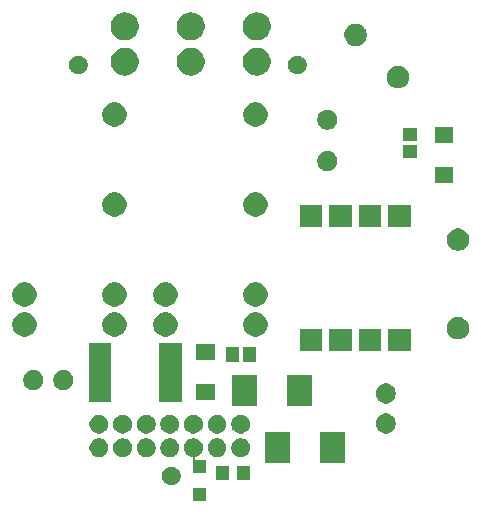
<source format=gts>
G04 #@! TF.GenerationSoftware,KiCad,Pcbnew,5.1.5-52549c5~84~ubuntu18.04.1*
G04 #@! TF.CreationDate,2020-02-14T10:15:43+02:00*
G04 #@! TF.ProjectId,NRF52832_Touch_Switch_Power_Supply,4e524635-3238-4333-925f-546f7563685f,rev?*
G04 #@! TF.SameCoordinates,Original*
G04 #@! TF.FileFunction,Soldermask,Top*
G04 #@! TF.FilePolarity,Negative*
%FSLAX46Y46*%
G04 Gerber Fmt 4.6, Leading zero omitted, Abs format (unit mm)*
G04 Created by KiCad (PCBNEW 5.1.5-52549c5~84~ubuntu18.04.1) date 2020-02-14 10:15:43*
%MOMM*%
%LPD*%
G04 APERTURE LIST*
%ADD10C,0.100000*%
G04 APERTURE END LIST*
D10*
G36*
X112946000Y-80364000D02*
G01*
X111844000Y-80364000D01*
X111844000Y-79262000D01*
X112946000Y-79262000D01*
X112946000Y-80364000D01*
G37*
G36*
X110215642Y-77461781D02*
G01*
X110361414Y-77522162D01*
X110361416Y-77522163D01*
X110492608Y-77609822D01*
X110604178Y-77721392D01*
X110691837Y-77852584D01*
X110691838Y-77852586D01*
X110752219Y-77998358D01*
X110783000Y-78153107D01*
X110783000Y-78310893D01*
X110752219Y-78465642D01*
X110705264Y-78579000D01*
X110691837Y-78611416D01*
X110604178Y-78742608D01*
X110492608Y-78854178D01*
X110361416Y-78941837D01*
X110361415Y-78941838D01*
X110361414Y-78941838D01*
X110215642Y-79002219D01*
X110060893Y-79033000D01*
X109903107Y-79033000D01*
X109748358Y-79002219D01*
X109602586Y-78941838D01*
X109602585Y-78941838D01*
X109602584Y-78941837D01*
X109471392Y-78854178D01*
X109359822Y-78742608D01*
X109272163Y-78611416D01*
X109258736Y-78579000D01*
X109211781Y-78465642D01*
X109181000Y-78310893D01*
X109181000Y-78153107D01*
X109211781Y-77998358D01*
X109272162Y-77852586D01*
X109272163Y-77852584D01*
X109359822Y-77721392D01*
X109471392Y-77609822D01*
X109602584Y-77522163D01*
X109602586Y-77522162D01*
X109748358Y-77461781D01*
X109903107Y-77431000D01*
X110060893Y-77431000D01*
X110215642Y-77461781D01*
G37*
G36*
X114840000Y-78579000D02*
G01*
X113738000Y-78579000D01*
X113738000Y-77377000D01*
X114840000Y-77377000D01*
X114840000Y-78579000D01*
G37*
G36*
X116640000Y-78579000D02*
G01*
X115538000Y-78579000D01*
X115538000Y-77377000D01*
X116640000Y-77377000D01*
X116640000Y-78579000D01*
G37*
G36*
X112088642Y-75070781D02*
G01*
X112234414Y-75131162D01*
X112234416Y-75131163D01*
X112365608Y-75218822D01*
X112477178Y-75330392D01*
X112564837Y-75461584D01*
X112564838Y-75461586D01*
X112625219Y-75607358D01*
X112656000Y-75762107D01*
X112656000Y-75919893D01*
X112625219Y-76074642D01*
X112564838Y-76220414D01*
X112564837Y-76220416D01*
X112477178Y-76351608D01*
X112365608Y-76463178D01*
X112234416Y-76550837D01*
X112234415Y-76550838D01*
X112234414Y-76550838D01*
X112088642Y-76611219D01*
X112072630Y-76614404D01*
X112049181Y-76621517D01*
X112027570Y-76633068D01*
X112008629Y-76648613D01*
X111993083Y-76667555D01*
X111981532Y-76689166D01*
X111974419Y-76712615D01*
X111972017Y-76737001D01*
X111974419Y-76761387D01*
X111981532Y-76784836D01*
X111993083Y-76806447D01*
X112008628Y-76825388D01*
X112027570Y-76840934D01*
X112049181Y-76852485D01*
X112072630Y-76859598D01*
X112097016Y-76862000D01*
X112946000Y-76862000D01*
X112946000Y-77964000D01*
X111844000Y-77964000D01*
X111844000Y-76758089D01*
X111841598Y-76733703D01*
X111834485Y-76710254D01*
X111822934Y-76688643D01*
X111807389Y-76669701D01*
X111788447Y-76654156D01*
X111766836Y-76642605D01*
X111743387Y-76635492D01*
X111621358Y-76611219D01*
X111475586Y-76550838D01*
X111475585Y-76550838D01*
X111475584Y-76550837D01*
X111344392Y-76463178D01*
X111232822Y-76351608D01*
X111145163Y-76220416D01*
X111145162Y-76220414D01*
X111084781Y-76074642D01*
X111054000Y-75919893D01*
X111054000Y-75762107D01*
X111084781Y-75607358D01*
X111145162Y-75461586D01*
X111145163Y-75461584D01*
X111232822Y-75330392D01*
X111344392Y-75218822D01*
X111475584Y-75131163D01*
X111475586Y-75131162D01*
X111621358Y-75070781D01*
X111776107Y-75040000D01*
X111933893Y-75040000D01*
X112088642Y-75070781D01*
G37*
G36*
X124711000Y-77120000D02*
G01*
X122609000Y-77120000D01*
X122609000Y-74518000D01*
X124711000Y-74518000D01*
X124711000Y-77120000D01*
G37*
G36*
X120011000Y-77120000D02*
G01*
X117909000Y-77120000D01*
X117909000Y-74518000D01*
X120011000Y-74518000D01*
X120011000Y-77120000D01*
G37*
G36*
X104088642Y-75070781D02*
G01*
X104234414Y-75131162D01*
X104234416Y-75131163D01*
X104365608Y-75218822D01*
X104477178Y-75330392D01*
X104564837Y-75461584D01*
X104564838Y-75461586D01*
X104625219Y-75607358D01*
X104656000Y-75762107D01*
X104656000Y-75919893D01*
X104625219Y-76074642D01*
X104564838Y-76220414D01*
X104564837Y-76220416D01*
X104477178Y-76351608D01*
X104365608Y-76463178D01*
X104234416Y-76550837D01*
X104234415Y-76550838D01*
X104234414Y-76550838D01*
X104088642Y-76611219D01*
X103933893Y-76642000D01*
X103776107Y-76642000D01*
X103621358Y-76611219D01*
X103475586Y-76550838D01*
X103475585Y-76550838D01*
X103475584Y-76550837D01*
X103344392Y-76463178D01*
X103232822Y-76351608D01*
X103145163Y-76220416D01*
X103145162Y-76220414D01*
X103084781Y-76074642D01*
X103054000Y-75919893D01*
X103054000Y-75762107D01*
X103084781Y-75607358D01*
X103145162Y-75461586D01*
X103145163Y-75461584D01*
X103232822Y-75330392D01*
X103344392Y-75218822D01*
X103475584Y-75131163D01*
X103475586Y-75131162D01*
X103621358Y-75070781D01*
X103776107Y-75040000D01*
X103933893Y-75040000D01*
X104088642Y-75070781D01*
G37*
G36*
X116088642Y-75070781D02*
G01*
X116234414Y-75131162D01*
X116234416Y-75131163D01*
X116365608Y-75218822D01*
X116477178Y-75330392D01*
X116564837Y-75461584D01*
X116564838Y-75461586D01*
X116625219Y-75607358D01*
X116656000Y-75762107D01*
X116656000Y-75919893D01*
X116625219Y-76074642D01*
X116564838Y-76220414D01*
X116564837Y-76220416D01*
X116477178Y-76351608D01*
X116365608Y-76463178D01*
X116234416Y-76550837D01*
X116234415Y-76550838D01*
X116234414Y-76550838D01*
X116088642Y-76611219D01*
X115933893Y-76642000D01*
X115776107Y-76642000D01*
X115621358Y-76611219D01*
X115475586Y-76550838D01*
X115475585Y-76550838D01*
X115475584Y-76550837D01*
X115344392Y-76463178D01*
X115232822Y-76351608D01*
X115145163Y-76220416D01*
X115145162Y-76220414D01*
X115084781Y-76074642D01*
X115054000Y-75919893D01*
X115054000Y-75762107D01*
X115084781Y-75607358D01*
X115145162Y-75461586D01*
X115145163Y-75461584D01*
X115232822Y-75330392D01*
X115344392Y-75218822D01*
X115475584Y-75131163D01*
X115475586Y-75131162D01*
X115621358Y-75070781D01*
X115776107Y-75040000D01*
X115933893Y-75040000D01*
X116088642Y-75070781D01*
G37*
G36*
X114088642Y-75070781D02*
G01*
X114234414Y-75131162D01*
X114234416Y-75131163D01*
X114365608Y-75218822D01*
X114477178Y-75330392D01*
X114564837Y-75461584D01*
X114564838Y-75461586D01*
X114625219Y-75607358D01*
X114656000Y-75762107D01*
X114656000Y-75919893D01*
X114625219Y-76074642D01*
X114564838Y-76220414D01*
X114564837Y-76220416D01*
X114477178Y-76351608D01*
X114365608Y-76463178D01*
X114234416Y-76550837D01*
X114234415Y-76550838D01*
X114234414Y-76550838D01*
X114088642Y-76611219D01*
X113933893Y-76642000D01*
X113776107Y-76642000D01*
X113621358Y-76611219D01*
X113475586Y-76550838D01*
X113475585Y-76550838D01*
X113475584Y-76550837D01*
X113344392Y-76463178D01*
X113232822Y-76351608D01*
X113145163Y-76220416D01*
X113145162Y-76220414D01*
X113084781Y-76074642D01*
X113054000Y-75919893D01*
X113054000Y-75762107D01*
X113084781Y-75607358D01*
X113145162Y-75461586D01*
X113145163Y-75461584D01*
X113232822Y-75330392D01*
X113344392Y-75218822D01*
X113475584Y-75131163D01*
X113475586Y-75131162D01*
X113621358Y-75070781D01*
X113776107Y-75040000D01*
X113933893Y-75040000D01*
X114088642Y-75070781D01*
G37*
G36*
X110088642Y-75070781D02*
G01*
X110234414Y-75131162D01*
X110234416Y-75131163D01*
X110365608Y-75218822D01*
X110477178Y-75330392D01*
X110564837Y-75461584D01*
X110564838Y-75461586D01*
X110625219Y-75607358D01*
X110656000Y-75762107D01*
X110656000Y-75919893D01*
X110625219Y-76074642D01*
X110564838Y-76220414D01*
X110564837Y-76220416D01*
X110477178Y-76351608D01*
X110365608Y-76463178D01*
X110234416Y-76550837D01*
X110234415Y-76550838D01*
X110234414Y-76550838D01*
X110088642Y-76611219D01*
X109933893Y-76642000D01*
X109776107Y-76642000D01*
X109621358Y-76611219D01*
X109475586Y-76550838D01*
X109475585Y-76550838D01*
X109475584Y-76550837D01*
X109344392Y-76463178D01*
X109232822Y-76351608D01*
X109145163Y-76220416D01*
X109145162Y-76220414D01*
X109084781Y-76074642D01*
X109054000Y-75919893D01*
X109054000Y-75762107D01*
X109084781Y-75607358D01*
X109145162Y-75461586D01*
X109145163Y-75461584D01*
X109232822Y-75330392D01*
X109344392Y-75218822D01*
X109475584Y-75131163D01*
X109475586Y-75131162D01*
X109621358Y-75070781D01*
X109776107Y-75040000D01*
X109933893Y-75040000D01*
X110088642Y-75070781D01*
G37*
G36*
X108088642Y-75070781D02*
G01*
X108234414Y-75131162D01*
X108234416Y-75131163D01*
X108365608Y-75218822D01*
X108477178Y-75330392D01*
X108564837Y-75461584D01*
X108564838Y-75461586D01*
X108625219Y-75607358D01*
X108656000Y-75762107D01*
X108656000Y-75919893D01*
X108625219Y-76074642D01*
X108564838Y-76220414D01*
X108564837Y-76220416D01*
X108477178Y-76351608D01*
X108365608Y-76463178D01*
X108234416Y-76550837D01*
X108234415Y-76550838D01*
X108234414Y-76550838D01*
X108088642Y-76611219D01*
X107933893Y-76642000D01*
X107776107Y-76642000D01*
X107621358Y-76611219D01*
X107475586Y-76550838D01*
X107475585Y-76550838D01*
X107475584Y-76550837D01*
X107344392Y-76463178D01*
X107232822Y-76351608D01*
X107145163Y-76220416D01*
X107145162Y-76220414D01*
X107084781Y-76074642D01*
X107054000Y-75919893D01*
X107054000Y-75762107D01*
X107084781Y-75607358D01*
X107145162Y-75461586D01*
X107145163Y-75461584D01*
X107232822Y-75330392D01*
X107344392Y-75218822D01*
X107475584Y-75131163D01*
X107475586Y-75131162D01*
X107621358Y-75070781D01*
X107776107Y-75040000D01*
X107933893Y-75040000D01*
X108088642Y-75070781D01*
G37*
G36*
X106088642Y-75070781D02*
G01*
X106234414Y-75131162D01*
X106234416Y-75131163D01*
X106365608Y-75218822D01*
X106477178Y-75330392D01*
X106564837Y-75461584D01*
X106564838Y-75461586D01*
X106625219Y-75607358D01*
X106656000Y-75762107D01*
X106656000Y-75919893D01*
X106625219Y-76074642D01*
X106564838Y-76220414D01*
X106564837Y-76220416D01*
X106477178Y-76351608D01*
X106365608Y-76463178D01*
X106234416Y-76550837D01*
X106234415Y-76550838D01*
X106234414Y-76550838D01*
X106088642Y-76611219D01*
X105933893Y-76642000D01*
X105776107Y-76642000D01*
X105621358Y-76611219D01*
X105475586Y-76550838D01*
X105475585Y-76550838D01*
X105475584Y-76550837D01*
X105344392Y-76463178D01*
X105232822Y-76351608D01*
X105145163Y-76220416D01*
X105145162Y-76220414D01*
X105084781Y-76074642D01*
X105054000Y-75919893D01*
X105054000Y-75762107D01*
X105084781Y-75607358D01*
X105145162Y-75461586D01*
X105145163Y-75461584D01*
X105232822Y-75330392D01*
X105344392Y-75218822D01*
X105475584Y-75131163D01*
X105475586Y-75131162D01*
X105621358Y-75070781D01*
X105776107Y-75040000D01*
X105933893Y-75040000D01*
X106088642Y-75070781D01*
G37*
G36*
X110088642Y-73070781D02*
G01*
X110234414Y-73131162D01*
X110234416Y-73131163D01*
X110365608Y-73218822D01*
X110477178Y-73330392D01*
X110564837Y-73461584D01*
X110564838Y-73461586D01*
X110625219Y-73607358D01*
X110656000Y-73762107D01*
X110656000Y-73919893D01*
X110625219Y-74074642D01*
X110564838Y-74220414D01*
X110564837Y-74220416D01*
X110477178Y-74351608D01*
X110365608Y-74463178D01*
X110234416Y-74550837D01*
X110234415Y-74550838D01*
X110234414Y-74550838D01*
X110088642Y-74611219D01*
X109933893Y-74642000D01*
X109776107Y-74642000D01*
X109621358Y-74611219D01*
X109475586Y-74550838D01*
X109475585Y-74550838D01*
X109475584Y-74550837D01*
X109344392Y-74463178D01*
X109232822Y-74351608D01*
X109145163Y-74220416D01*
X109145162Y-74220414D01*
X109084781Y-74074642D01*
X109054000Y-73919893D01*
X109054000Y-73762107D01*
X109084781Y-73607358D01*
X109145162Y-73461586D01*
X109145163Y-73461584D01*
X109232822Y-73330392D01*
X109344392Y-73218822D01*
X109475584Y-73131163D01*
X109475586Y-73131162D01*
X109621358Y-73070781D01*
X109776107Y-73040000D01*
X109933893Y-73040000D01*
X110088642Y-73070781D01*
G37*
G36*
X116088642Y-73070781D02*
G01*
X116234414Y-73131162D01*
X116234416Y-73131163D01*
X116365608Y-73218822D01*
X116477178Y-73330392D01*
X116564837Y-73461584D01*
X116564838Y-73461586D01*
X116625219Y-73607358D01*
X116656000Y-73762107D01*
X116656000Y-73919893D01*
X116625219Y-74074642D01*
X116564838Y-74220414D01*
X116564837Y-74220416D01*
X116477178Y-74351608D01*
X116365608Y-74463178D01*
X116234416Y-74550837D01*
X116234415Y-74550838D01*
X116234414Y-74550838D01*
X116088642Y-74611219D01*
X115933893Y-74642000D01*
X115776107Y-74642000D01*
X115621358Y-74611219D01*
X115475586Y-74550838D01*
X115475585Y-74550838D01*
X115475584Y-74550837D01*
X115344392Y-74463178D01*
X115232822Y-74351608D01*
X115145163Y-74220416D01*
X115145162Y-74220414D01*
X115084781Y-74074642D01*
X115054000Y-73919893D01*
X115054000Y-73762107D01*
X115084781Y-73607358D01*
X115145162Y-73461586D01*
X115145163Y-73461584D01*
X115232822Y-73330392D01*
X115344392Y-73218822D01*
X115475584Y-73131163D01*
X115475586Y-73131162D01*
X115621358Y-73070781D01*
X115776107Y-73040000D01*
X115933893Y-73040000D01*
X116088642Y-73070781D01*
G37*
G36*
X112088642Y-73070781D02*
G01*
X112234414Y-73131162D01*
X112234416Y-73131163D01*
X112365608Y-73218822D01*
X112477178Y-73330392D01*
X112564837Y-73461584D01*
X112564838Y-73461586D01*
X112625219Y-73607358D01*
X112656000Y-73762107D01*
X112656000Y-73919893D01*
X112625219Y-74074642D01*
X112564838Y-74220414D01*
X112564837Y-74220416D01*
X112477178Y-74351608D01*
X112365608Y-74463178D01*
X112234416Y-74550837D01*
X112234415Y-74550838D01*
X112234414Y-74550838D01*
X112088642Y-74611219D01*
X111933893Y-74642000D01*
X111776107Y-74642000D01*
X111621358Y-74611219D01*
X111475586Y-74550838D01*
X111475585Y-74550838D01*
X111475584Y-74550837D01*
X111344392Y-74463178D01*
X111232822Y-74351608D01*
X111145163Y-74220416D01*
X111145162Y-74220414D01*
X111084781Y-74074642D01*
X111054000Y-73919893D01*
X111054000Y-73762107D01*
X111084781Y-73607358D01*
X111145162Y-73461586D01*
X111145163Y-73461584D01*
X111232822Y-73330392D01*
X111344392Y-73218822D01*
X111475584Y-73131163D01*
X111475586Y-73131162D01*
X111621358Y-73070781D01*
X111776107Y-73040000D01*
X111933893Y-73040000D01*
X112088642Y-73070781D01*
G37*
G36*
X108088642Y-73070781D02*
G01*
X108234414Y-73131162D01*
X108234416Y-73131163D01*
X108365608Y-73218822D01*
X108477178Y-73330392D01*
X108564837Y-73461584D01*
X108564838Y-73461586D01*
X108625219Y-73607358D01*
X108656000Y-73762107D01*
X108656000Y-73919893D01*
X108625219Y-74074642D01*
X108564838Y-74220414D01*
X108564837Y-74220416D01*
X108477178Y-74351608D01*
X108365608Y-74463178D01*
X108234416Y-74550837D01*
X108234415Y-74550838D01*
X108234414Y-74550838D01*
X108088642Y-74611219D01*
X107933893Y-74642000D01*
X107776107Y-74642000D01*
X107621358Y-74611219D01*
X107475586Y-74550838D01*
X107475585Y-74550838D01*
X107475584Y-74550837D01*
X107344392Y-74463178D01*
X107232822Y-74351608D01*
X107145163Y-74220416D01*
X107145162Y-74220414D01*
X107084781Y-74074642D01*
X107054000Y-73919893D01*
X107054000Y-73762107D01*
X107084781Y-73607358D01*
X107145162Y-73461586D01*
X107145163Y-73461584D01*
X107232822Y-73330392D01*
X107344392Y-73218822D01*
X107475584Y-73131163D01*
X107475586Y-73131162D01*
X107621358Y-73070781D01*
X107776107Y-73040000D01*
X107933893Y-73040000D01*
X108088642Y-73070781D01*
G37*
G36*
X114088642Y-73070781D02*
G01*
X114234414Y-73131162D01*
X114234416Y-73131163D01*
X114365608Y-73218822D01*
X114477178Y-73330392D01*
X114564837Y-73461584D01*
X114564838Y-73461586D01*
X114625219Y-73607358D01*
X114656000Y-73762107D01*
X114656000Y-73919893D01*
X114625219Y-74074642D01*
X114564838Y-74220414D01*
X114564837Y-74220416D01*
X114477178Y-74351608D01*
X114365608Y-74463178D01*
X114234416Y-74550837D01*
X114234415Y-74550838D01*
X114234414Y-74550838D01*
X114088642Y-74611219D01*
X113933893Y-74642000D01*
X113776107Y-74642000D01*
X113621358Y-74611219D01*
X113475586Y-74550838D01*
X113475585Y-74550838D01*
X113475584Y-74550837D01*
X113344392Y-74463178D01*
X113232822Y-74351608D01*
X113145163Y-74220416D01*
X113145162Y-74220414D01*
X113084781Y-74074642D01*
X113054000Y-73919893D01*
X113054000Y-73762107D01*
X113084781Y-73607358D01*
X113145162Y-73461586D01*
X113145163Y-73461584D01*
X113232822Y-73330392D01*
X113344392Y-73218822D01*
X113475584Y-73131163D01*
X113475586Y-73131162D01*
X113621358Y-73070781D01*
X113776107Y-73040000D01*
X113933893Y-73040000D01*
X114088642Y-73070781D01*
G37*
G36*
X104088642Y-73070781D02*
G01*
X104234414Y-73131162D01*
X104234416Y-73131163D01*
X104365608Y-73218822D01*
X104477178Y-73330392D01*
X104564837Y-73461584D01*
X104564838Y-73461586D01*
X104625219Y-73607358D01*
X104656000Y-73762107D01*
X104656000Y-73919893D01*
X104625219Y-74074642D01*
X104564838Y-74220414D01*
X104564837Y-74220416D01*
X104477178Y-74351608D01*
X104365608Y-74463178D01*
X104234416Y-74550837D01*
X104234415Y-74550838D01*
X104234414Y-74550838D01*
X104088642Y-74611219D01*
X103933893Y-74642000D01*
X103776107Y-74642000D01*
X103621358Y-74611219D01*
X103475586Y-74550838D01*
X103475585Y-74550838D01*
X103475584Y-74550837D01*
X103344392Y-74463178D01*
X103232822Y-74351608D01*
X103145163Y-74220416D01*
X103145162Y-74220414D01*
X103084781Y-74074642D01*
X103054000Y-73919893D01*
X103054000Y-73762107D01*
X103084781Y-73607358D01*
X103145162Y-73461586D01*
X103145163Y-73461584D01*
X103232822Y-73330392D01*
X103344392Y-73218822D01*
X103475584Y-73131163D01*
X103475586Y-73131162D01*
X103621358Y-73070781D01*
X103776107Y-73040000D01*
X103933893Y-73040000D01*
X104088642Y-73070781D01*
G37*
G36*
X106088642Y-73070781D02*
G01*
X106234414Y-73131162D01*
X106234416Y-73131163D01*
X106365608Y-73218822D01*
X106477178Y-73330392D01*
X106564837Y-73461584D01*
X106564838Y-73461586D01*
X106625219Y-73607358D01*
X106656000Y-73762107D01*
X106656000Y-73919893D01*
X106625219Y-74074642D01*
X106564838Y-74220414D01*
X106564837Y-74220416D01*
X106477178Y-74351608D01*
X106365608Y-74463178D01*
X106234416Y-74550837D01*
X106234415Y-74550838D01*
X106234414Y-74550838D01*
X106088642Y-74611219D01*
X105933893Y-74642000D01*
X105776107Y-74642000D01*
X105621358Y-74611219D01*
X105475586Y-74550838D01*
X105475585Y-74550838D01*
X105475584Y-74550837D01*
X105344392Y-74463178D01*
X105232822Y-74351608D01*
X105145163Y-74220416D01*
X105145162Y-74220414D01*
X105084781Y-74074642D01*
X105054000Y-73919893D01*
X105054000Y-73762107D01*
X105084781Y-73607358D01*
X105145162Y-73461586D01*
X105145163Y-73461584D01*
X105232822Y-73330392D01*
X105344392Y-73218822D01*
X105475584Y-73131163D01*
X105475586Y-73131162D01*
X105621358Y-73070781D01*
X105776107Y-73040000D01*
X105933893Y-73040000D01*
X106088642Y-73070781D01*
G37*
G36*
X128391228Y-72968703D02*
G01*
X128546100Y-73032853D01*
X128685481Y-73125985D01*
X128804015Y-73244519D01*
X128897147Y-73383900D01*
X128961297Y-73538772D01*
X128994000Y-73703184D01*
X128994000Y-73870816D01*
X128961297Y-74035228D01*
X128897147Y-74190100D01*
X128804015Y-74329481D01*
X128685481Y-74448015D01*
X128546100Y-74541147D01*
X128391228Y-74605297D01*
X128226816Y-74638000D01*
X128059184Y-74638000D01*
X127894772Y-74605297D01*
X127739900Y-74541147D01*
X127600519Y-74448015D01*
X127481985Y-74329481D01*
X127388853Y-74190100D01*
X127324703Y-74035228D01*
X127292000Y-73870816D01*
X127292000Y-73703184D01*
X127324703Y-73538772D01*
X127388853Y-73383900D01*
X127481985Y-73244519D01*
X127600519Y-73125985D01*
X127739900Y-73032853D01*
X127894772Y-72968703D01*
X128059184Y-72936000D01*
X128226816Y-72936000D01*
X128391228Y-72968703D01*
G37*
G36*
X117217000Y-72294000D02*
G01*
X115115000Y-72294000D01*
X115115000Y-69692000D01*
X117217000Y-69692000D01*
X117217000Y-72294000D01*
G37*
G36*
X121917000Y-72294000D02*
G01*
X119815000Y-72294000D01*
X119815000Y-69692000D01*
X121917000Y-69692000D01*
X121917000Y-72294000D01*
G37*
G36*
X128391228Y-70428703D02*
G01*
X128546100Y-70492853D01*
X128685481Y-70585985D01*
X128804015Y-70704519D01*
X128897147Y-70843900D01*
X128961297Y-70998772D01*
X128994000Y-71163184D01*
X128994000Y-71330816D01*
X128961297Y-71495228D01*
X128897147Y-71650100D01*
X128804015Y-71789481D01*
X128685481Y-71908015D01*
X128546100Y-72001147D01*
X128391228Y-72065297D01*
X128226816Y-72098000D01*
X128059184Y-72098000D01*
X127894772Y-72065297D01*
X127739900Y-72001147D01*
X127600519Y-71908015D01*
X127481985Y-71789481D01*
X127388853Y-71650100D01*
X127324703Y-71495228D01*
X127292000Y-71330816D01*
X127292000Y-71163184D01*
X127324703Y-70998772D01*
X127388853Y-70843900D01*
X127481985Y-70704519D01*
X127600519Y-70585985D01*
X127739900Y-70492853D01*
X127894772Y-70428703D01*
X128059184Y-70396000D01*
X128226816Y-70396000D01*
X128391228Y-70428703D01*
G37*
G36*
X110886500Y-71998000D02*
G01*
X108981500Y-71998000D01*
X108981500Y-66940000D01*
X110886500Y-66940000D01*
X110886500Y-71998000D01*
G37*
G36*
X104886500Y-71998000D02*
G01*
X102981500Y-71998000D01*
X102981500Y-66940000D01*
X104886500Y-66940000D01*
X104886500Y-71998000D01*
G37*
G36*
X113704000Y-71821000D02*
G01*
X112102000Y-71821000D01*
X112102000Y-70419000D01*
X113704000Y-70419000D01*
X113704000Y-71821000D01*
G37*
G36*
X101086228Y-69285703D02*
G01*
X101241100Y-69349853D01*
X101380481Y-69442985D01*
X101499015Y-69561519D01*
X101592147Y-69700900D01*
X101656297Y-69855772D01*
X101689000Y-70020184D01*
X101689000Y-70187816D01*
X101656297Y-70352228D01*
X101592147Y-70507100D01*
X101499015Y-70646481D01*
X101380481Y-70765015D01*
X101241100Y-70858147D01*
X101086228Y-70922297D01*
X100921816Y-70955000D01*
X100754184Y-70955000D01*
X100589772Y-70922297D01*
X100434900Y-70858147D01*
X100295519Y-70765015D01*
X100176985Y-70646481D01*
X100083853Y-70507100D01*
X100019703Y-70352228D01*
X99987000Y-70187816D01*
X99987000Y-70020184D01*
X100019703Y-69855772D01*
X100083853Y-69700900D01*
X100176985Y-69561519D01*
X100295519Y-69442985D01*
X100434900Y-69349853D01*
X100589772Y-69285703D01*
X100754184Y-69253000D01*
X100921816Y-69253000D01*
X101086228Y-69285703D01*
G37*
G36*
X98546228Y-69285703D02*
G01*
X98701100Y-69349853D01*
X98840481Y-69442985D01*
X98959015Y-69561519D01*
X99052147Y-69700900D01*
X99116297Y-69855772D01*
X99149000Y-70020184D01*
X99149000Y-70187816D01*
X99116297Y-70352228D01*
X99052147Y-70507100D01*
X98959015Y-70646481D01*
X98840481Y-70765015D01*
X98701100Y-70858147D01*
X98546228Y-70922297D01*
X98381816Y-70955000D01*
X98214184Y-70955000D01*
X98049772Y-70922297D01*
X97894900Y-70858147D01*
X97755519Y-70765015D01*
X97636985Y-70646481D01*
X97543853Y-70507100D01*
X97479703Y-70352228D01*
X97447000Y-70187816D01*
X97447000Y-70020184D01*
X97479703Y-69855772D01*
X97543853Y-69700900D01*
X97636985Y-69561519D01*
X97755519Y-69442985D01*
X97894900Y-69349853D01*
X98049772Y-69285703D01*
X98214184Y-69253000D01*
X98381816Y-69253000D01*
X98546228Y-69285703D01*
G37*
G36*
X117140000Y-68546000D02*
G01*
X116038000Y-68546000D01*
X116038000Y-67344000D01*
X117140000Y-67344000D01*
X117140000Y-68546000D01*
G37*
G36*
X115740000Y-68546000D02*
G01*
X114638000Y-68546000D01*
X114638000Y-67344000D01*
X115740000Y-67344000D01*
X115740000Y-68546000D01*
G37*
G36*
X113704000Y-68421000D02*
G01*
X112102000Y-68421000D01*
X112102000Y-67019000D01*
X113704000Y-67019000D01*
X113704000Y-68421000D01*
G37*
G36*
X125241000Y-67686000D02*
G01*
X123361000Y-67686000D01*
X123361000Y-65806000D01*
X125241000Y-65806000D01*
X125241000Y-67686000D01*
G37*
G36*
X130241000Y-67686000D02*
G01*
X128361000Y-67686000D01*
X128361000Y-65806000D01*
X130241000Y-65806000D01*
X130241000Y-67686000D01*
G37*
G36*
X127741000Y-67686000D02*
G01*
X125861000Y-67686000D01*
X125861000Y-65806000D01*
X127741000Y-65806000D01*
X127741000Y-67686000D01*
G37*
G36*
X122741000Y-67686000D02*
G01*
X120861000Y-67686000D01*
X120861000Y-65806000D01*
X122741000Y-65806000D01*
X122741000Y-67686000D01*
G37*
G36*
X134516395Y-64811546D02*
G01*
X134689466Y-64883234D01*
X134689467Y-64883235D01*
X134845227Y-64987310D01*
X134977690Y-65119773D01*
X134977691Y-65119775D01*
X135081766Y-65275534D01*
X135153454Y-65448605D01*
X135190000Y-65632333D01*
X135190000Y-65819667D01*
X135153454Y-66003395D01*
X135081766Y-66176466D01*
X135081765Y-66176467D01*
X134977690Y-66332227D01*
X134845227Y-66464690D01*
X134766818Y-66517081D01*
X134689466Y-66568766D01*
X134516395Y-66640454D01*
X134332667Y-66677000D01*
X134145333Y-66677000D01*
X133961605Y-66640454D01*
X133788534Y-66568766D01*
X133711182Y-66517081D01*
X133632773Y-66464690D01*
X133500310Y-66332227D01*
X133396235Y-66176467D01*
X133396234Y-66176466D01*
X133324546Y-66003395D01*
X133288000Y-65819667D01*
X133288000Y-65632333D01*
X133324546Y-65448605D01*
X133396234Y-65275534D01*
X133500309Y-65119775D01*
X133500310Y-65119773D01*
X133632773Y-64987310D01*
X133788533Y-64883235D01*
X133788534Y-64883234D01*
X133961605Y-64811546D01*
X134145333Y-64775000D01*
X134332667Y-64775000D01*
X134516395Y-64811546D01*
G37*
G36*
X117415564Y-64394389D02*
G01*
X117606833Y-64473615D01*
X117606835Y-64473616D01*
X117778973Y-64588635D01*
X117925365Y-64735027D01*
X118040385Y-64907167D01*
X118119611Y-65098436D01*
X118160000Y-65301484D01*
X118160000Y-65508516D01*
X118119611Y-65711564D01*
X118080494Y-65806000D01*
X118040384Y-65902835D01*
X117925365Y-66074973D01*
X117778973Y-66221365D01*
X117606835Y-66336384D01*
X117606834Y-66336385D01*
X117606833Y-66336385D01*
X117415564Y-66415611D01*
X117212516Y-66456000D01*
X117005484Y-66456000D01*
X116802436Y-66415611D01*
X116611167Y-66336385D01*
X116611166Y-66336385D01*
X116611165Y-66336384D01*
X116439027Y-66221365D01*
X116292635Y-66074973D01*
X116177616Y-65902835D01*
X116137506Y-65806000D01*
X116098389Y-65711564D01*
X116058000Y-65508516D01*
X116058000Y-65301484D01*
X116098389Y-65098436D01*
X116177615Y-64907167D01*
X116292635Y-64735027D01*
X116439027Y-64588635D01*
X116611165Y-64473616D01*
X116611167Y-64473615D01*
X116802436Y-64394389D01*
X117005484Y-64354000D01*
X117212516Y-64354000D01*
X117415564Y-64394389D01*
G37*
G36*
X97857564Y-64394389D02*
G01*
X98048833Y-64473615D01*
X98048835Y-64473616D01*
X98220973Y-64588635D01*
X98367365Y-64735027D01*
X98482385Y-64907167D01*
X98561611Y-65098436D01*
X98602000Y-65301484D01*
X98602000Y-65508516D01*
X98561611Y-65711564D01*
X98522494Y-65806000D01*
X98482384Y-65902835D01*
X98367365Y-66074973D01*
X98220973Y-66221365D01*
X98048835Y-66336384D01*
X98048834Y-66336385D01*
X98048833Y-66336385D01*
X97857564Y-66415611D01*
X97654516Y-66456000D01*
X97447484Y-66456000D01*
X97244436Y-66415611D01*
X97053167Y-66336385D01*
X97053166Y-66336385D01*
X97053165Y-66336384D01*
X96881027Y-66221365D01*
X96734635Y-66074973D01*
X96619616Y-65902835D01*
X96579506Y-65806000D01*
X96540389Y-65711564D01*
X96500000Y-65508516D01*
X96500000Y-65301484D01*
X96540389Y-65098436D01*
X96619615Y-64907167D01*
X96734635Y-64735027D01*
X96881027Y-64588635D01*
X97053165Y-64473616D01*
X97053167Y-64473615D01*
X97244436Y-64394389D01*
X97447484Y-64354000D01*
X97654516Y-64354000D01*
X97857564Y-64394389D01*
G37*
G36*
X105477564Y-64394389D02*
G01*
X105668833Y-64473615D01*
X105668835Y-64473616D01*
X105840973Y-64588635D01*
X105987365Y-64735027D01*
X106102385Y-64907167D01*
X106181611Y-65098436D01*
X106222000Y-65301484D01*
X106222000Y-65508516D01*
X106181611Y-65711564D01*
X106142494Y-65806000D01*
X106102384Y-65902835D01*
X105987365Y-66074973D01*
X105840973Y-66221365D01*
X105668835Y-66336384D01*
X105668834Y-66336385D01*
X105668833Y-66336385D01*
X105477564Y-66415611D01*
X105274516Y-66456000D01*
X105067484Y-66456000D01*
X104864436Y-66415611D01*
X104673167Y-66336385D01*
X104673166Y-66336385D01*
X104673165Y-66336384D01*
X104501027Y-66221365D01*
X104354635Y-66074973D01*
X104239616Y-65902835D01*
X104199506Y-65806000D01*
X104160389Y-65711564D01*
X104120000Y-65508516D01*
X104120000Y-65301484D01*
X104160389Y-65098436D01*
X104239615Y-64907167D01*
X104354635Y-64735027D01*
X104501027Y-64588635D01*
X104673165Y-64473616D01*
X104673167Y-64473615D01*
X104864436Y-64394389D01*
X105067484Y-64354000D01*
X105274516Y-64354000D01*
X105477564Y-64394389D01*
G37*
G36*
X109795564Y-64394389D02*
G01*
X109986833Y-64473615D01*
X109986835Y-64473616D01*
X110158973Y-64588635D01*
X110305365Y-64735027D01*
X110420385Y-64907167D01*
X110499611Y-65098436D01*
X110540000Y-65301484D01*
X110540000Y-65508516D01*
X110499611Y-65711564D01*
X110460494Y-65806000D01*
X110420384Y-65902835D01*
X110305365Y-66074973D01*
X110158973Y-66221365D01*
X109986835Y-66336384D01*
X109986834Y-66336385D01*
X109986833Y-66336385D01*
X109795564Y-66415611D01*
X109592516Y-66456000D01*
X109385484Y-66456000D01*
X109182436Y-66415611D01*
X108991167Y-66336385D01*
X108991166Y-66336385D01*
X108991165Y-66336384D01*
X108819027Y-66221365D01*
X108672635Y-66074973D01*
X108557616Y-65902835D01*
X108517506Y-65806000D01*
X108478389Y-65711564D01*
X108438000Y-65508516D01*
X108438000Y-65301484D01*
X108478389Y-65098436D01*
X108557615Y-64907167D01*
X108672635Y-64735027D01*
X108819027Y-64588635D01*
X108991165Y-64473616D01*
X108991167Y-64473615D01*
X109182436Y-64394389D01*
X109385484Y-64354000D01*
X109592516Y-64354000D01*
X109795564Y-64394389D01*
G37*
G36*
X109795564Y-61854389D02*
G01*
X109986833Y-61933615D01*
X109986835Y-61933616D01*
X110158973Y-62048635D01*
X110305365Y-62195027D01*
X110420385Y-62367167D01*
X110499611Y-62558436D01*
X110540000Y-62761484D01*
X110540000Y-62968516D01*
X110499611Y-63171564D01*
X110420385Y-63362833D01*
X110420384Y-63362835D01*
X110305365Y-63534973D01*
X110158973Y-63681365D01*
X109986835Y-63796384D01*
X109986834Y-63796385D01*
X109986833Y-63796385D01*
X109795564Y-63875611D01*
X109592516Y-63916000D01*
X109385484Y-63916000D01*
X109182436Y-63875611D01*
X108991167Y-63796385D01*
X108991166Y-63796385D01*
X108991165Y-63796384D01*
X108819027Y-63681365D01*
X108672635Y-63534973D01*
X108557616Y-63362835D01*
X108557615Y-63362833D01*
X108478389Y-63171564D01*
X108438000Y-62968516D01*
X108438000Y-62761484D01*
X108478389Y-62558436D01*
X108557615Y-62367167D01*
X108672635Y-62195027D01*
X108819027Y-62048635D01*
X108991165Y-61933616D01*
X108991167Y-61933615D01*
X109182436Y-61854389D01*
X109385484Y-61814000D01*
X109592516Y-61814000D01*
X109795564Y-61854389D01*
G37*
G36*
X105477564Y-61854389D02*
G01*
X105668833Y-61933615D01*
X105668835Y-61933616D01*
X105840973Y-62048635D01*
X105987365Y-62195027D01*
X106102385Y-62367167D01*
X106181611Y-62558436D01*
X106222000Y-62761484D01*
X106222000Y-62968516D01*
X106181611Y-63171564D01*
X106102385Y-63362833D01*
X106102384Y-63362835D01*
X105987365Y-63534973D01*
X105840973Y-63681365D01*
X105668835Y-63796384D01*
X105668834Y-63796385D01*
X105668833Y-63796385D01*
X105477564Y-63875611D01*
X105274516Y-63916000D01*
X105067484Y-63916000D01*
X104864436Y-63875611D01*
X104673167Y-63796385D01*
X104673166Y-63796385D01*
X104673165Y-63796384D01*
X104501027Y-63681365D01*
X104354635Y-63534973D01*
X104239616Y-63362835D01*
X104239615Y-63362833D01*
X104160389Y-63171564D01*
X104120000Y-62968516D01*
X104120000Y-62761484D01*
X104160389Y-62558436D01*
X104239615Y-62367167D01*
X104354635Y-62195027D01*
X104501027Y-62048635D01*
X104673165Y-61933616D01*
X104673167Y-61933615D01*
X104864436Y-61854389D01*
X105067484Y-61814000D01*
X105274516Y-61814000D01*
X105477564Y-61854389D01*
G37*
G36*
X117415564Y-61854389D02*
G01*
X117606833Y-61933615D01*
X117606835Y-61933616D01*
X117778973Y-62048635D01*
X117925365Y-62195027D01*
X118040385Y-62367167D01*
X118119611Y-62558436D01*
X118160000Y-62761484D01*
X118160000Y-62968516D01*
X118119611Y-63171564D01*
X118040385Y-63362833D01*
X118040384Y-63362835D01*
X117925365Y-63534973D01*
X117778973Y-63681365D01*
X117606835Y-63796384D01*
X117606834Y-63796385D01*
X117606833Y-63796385D01*
X117415564Y-63875611D01*
X117212516Y-63916000D01*
X117005484Y-63916000D01*
X116802436Y-63875611D01*
X116611167Y-63796385D01*
X116611166Y-63796385D01*
X116611165Y-63796384D01*
X116439027Y-63681365D01*
X116292635Y-63534973D01*
X116177616Y-63362835D01*
X116177615Y-63362833D01*
X116098389Y-63171564D01*
X116058000Y-62968516D01*
X116058000Y-62761484D01*
X116098389Y-62558436D01*
X116177615Y-62367167D01*
X116292635Y-62195027D01*
X116439027Y-62048635D01*
X116611165Y-61933616D01*
X116611167Y-61933615D01*
X116802436Y-61854389D01*
X117005484Y-61814000D01*
X117212516Y-61814000D01*
X117415564Y-61854389D01*
G37*
G36*
X97857564Y-61854389D02*
G01*
X98048833Y-61933615D01*
X98048835Y-61933616D01*
X98220973Y-62048635D01*
X98367365Y-62195027D01*
X98482385Y-62367167D01*
X98561611Y-62558436D01*
X98602000Y-62761484D01*
X98602000Y-62968516D01*
X98561611Y-63171564D01*
X98482385Y-63362833D01*
X98482384Y-63362835D01*
X98367365Y-63534973D01*
X98220973Y-63681365D01*
X98048835Y-63796384D01*
X98048834Y-63796385D01*
X98048833Y-63796385D01*
X97857564Y-63875611D01*
X97654516Y-63916000D01*
X97447484Y-63916000D01*
X97244436Y-63875611D01*
X97053167Y-63796385D01*
X97053166Y-63796385D01*
X97053165Y-63796384D01*
X96881027Y-63681365D01*
X96734635Y-63534973D01*
X96619616Y-63362835D01*
X96619615Y-63362833D01*
X96540389Y-63171564D01*
X96500000Y-62968516D01*
X96500000Y-62761484D01*
X96540389Y-62558436D01*
X96619615Y-62367167D01*
X96734635Y-62195027D01*
X96881027Y-62048635D01*
X97053165Y-61933616D01*
X97053167Y-61933615D01*
X97244436Y-61854389D01*
X97447484Y-61814000D01*
X97654516Y-61814000D01*
X97857564Y-61854389D01*
G37*
G36*
X134516395Y-57311546D02*
G01*
X134689466Y-57383234D01*
X134689467Y-57383235D01*
X134845227Y-57487310D01*
X134977690Y-57619773D01*
X134977691Y-57619775D01*
X135081766Y-57775534D01*
X135153454Y-57948605D01*
X135190000Y-58132333D01*
X135190000Y-58319667D01*
X135153454Y-58503395D01*
X135081766Y-58676466D01*
X135081765Y-58676467D01*
X134977690Y-58832227D01*
X134845227Y-58964690D01*
X134766818Y-59017081D01*
X134689466Y-59068766D01*
X134516395Y-59140454D01*
X134332667Y-59177000D01*
X134145333Y-59177000D01*
X133961605Y-59140454D01*
X133788534Y-59068766D01*
X133711182Y-59017081D01*
X133632773Y-58964690D01*
X133500310Y-58832227D01*
X133396235Y-58676467D01*
X133396234Y-58676466D01*
X133324546Y-58503395D01*
X133288000Y-58319667D01*
X133288000Y-58132333D01*
X133324546Y-57948605D01*
X133396234Y-57775534D01*
X133500309Y-57619775D01*
X133500310Y-57619773D01*
X133632773Y-57487310D01*
X133788533Y-57383235D01*
X133788534Y-57383234D01*
X133961605Y-57311546D01*
X134145333Y-57275000D01*
X134332667Y-57275000D01*
X134516395Y-57311546D01*
G37*
G36*
X127741000Y-57186000D02*
G01*
X125861000Y-57186000D01*
X125861000Y-55306000D01*
X127741000Y-55306000D01*
X127741000Y-57186000D01*
G37*
G36*
X125241000Y-57186000D02*
G01*
X123361000Y-57186000D01*
X123361000Y-55306000D01*
X125241000Y-55306000D01*
X125241000Y-57186000D01*
G37*
G36*
X122741000Y-57186000D02*
G01*
X120861000Y-57186000D01*
X120861000Y-55306000D01*
X122741000Y-55306000D01*
X122741000Y-57186000D01*
G37*
G36*
X130241000Y-57186000D02*
G01*
X128361000Y-57186000D01*
X128361000Y-55306000D01*
X130241000Y-55306000D01*
X130241000Y-57186000D01*
G37*
G36*
X105477564Y-54234389D02*
G01*
X105668833Y-54313615D01*
X105668835Y-54313616D01*
X105840973Y-54428635D01*
X105987365Y-54575027D01*
X106102385Y-54747167D01*
X106181611Y-54938436D01*
X106222000Y-55141484D01*
X106222000Y-55348516D01*
X106181611Y-55551564D01*
X106102385Y-55742833D01*
X106102384Y-55742835D01*
X105987365Y-55914973D01*
X105840973Y-56061365D01*
X105668835Y-56176384D01*
X105668834Y-56176385D01*
X105668833Y-56176385D01*
X105477564Y-56255611D01*
X105274516Y-56296000D01*
X105067484Y-56296000D01*
X104864436Y-56255611D01*
X104673167Y-56176385D01*
X104673166Y-56176385D01*
X104673165Y-56176384D01*
X104501027Y-56061365D01*
X104354635Y-55914973D01*
X104239616Y-55742835D01*
X104239615Y-55742833D01*
X104160389Y-55551564D01*
X104120000Y-55348516D01*
X104120000Y-55141484D01*
X104160389Y-54938436D01*
X104239615Y-54747167D01*
X104354635Y-54575027D01*
X104501027Y-54428635D01*
X104673165Y-54313616D01*
X104673167Y-54313615D01*
X104864436Y-54234389D01*
X105067484Y-54194000D01*
X105274516Y-54194000D01*
X105477564Y-54234389D01*
G37*
G36*
X117415564Y-54234389D02*
G01*
X117606833Y-54313615D01*
X117606835Y-54313616D01*
X117778973Y-54428635D01*
X117925365Y-54575027D01*
X118040385Y-54747167D01*
X118119611Y-54938436D01*
X118160000Y-55141484D01*
X118160000Y-55348516D01*
X118119611Y-55551564D01*
X118040385Y-55742833D01*
X118040384Y-55742835D01*
X117925365Y-55914973D01*
X117778973Y-56061365D01*
X117606835Y-56176384D01*
X117606834Y-56176385D01*
X117606833Y-56176385D01*
X117415564Y-56255611D01*
X117212516Y-56296000D01*
X117005484Y-56296000D01*
X116802436Y-56255611D01*
X116611167Y-56176385D01*
X116611166Y-56176385D01*
X116611165Y-56176384D01*
X116439027Y-56061365D01*
X116292635Y-55914973D01*
X116177616Y-55742835D01*
X116177615Y-55742833D01*
X116098389Y-55551564D01*
X116058000Y-55348516D01*
X116058000Y-55141484D01*
X116098389Y-54938436D01*
X116177615Y-54747167D01*
X116292635Y-54575027D01*
X116439027Y-54428635D01*
X116611165Y-54313616D01*
X116611167Y-54313615D01*
X116802436Y-54234389D01*
X117005484Y-54194000D01*
X117212516Y-54194000D01*
X117415564Y-54234389D01*
G37*
G36*
X133847000Y-53405000D02*
G01*
X132345000Y-53405000D01*
X132345000Y-52103000D01*
X133847000Y-52103000D01*
X133847000Y-53405000D01*
G37*
G36*
X123438228Y-50743703D02*
G01*
X123593100Y-50807853D01*
X123732481Y-50900985D01*
X123851015Y-51019519D01*
X123944147Y-51158900D01*
X124008297Y-51313772D01*
X124041000Y-51478184D01*
X124041000Y-51645816D01*
X124008297Y-51810228D01*
X123944147Y-51965100D01*
X123851015Y-52104481D01*
X123732481Y-52223015D01*
X123593100Y-52316147D01*
X123438228Y-52380297D01*
X123273816Y-52413000D01*
X123106184Y-52413000D01*
X122941772Y-52380297D01*
X122786900Y-52316147D01*
X122647519Y-52223015D01*
X122528985Y-52104481D01*
X122435853Y-51965100D01*
X122371703Y-51810228D01*
X122339000Y-51645816D01*
X122339000Y-51478184D01*
X122371703Y-51313772D01*
X122435853Y-51158900D01*
X122528985Y-51019519D01*
X122647519Y-50900985D01*
X122786900Y-50807853D01*
X122941772Y-50743703D01*
X123106184Y-50711000D01*
X123273816Y-50711000D01*
X123438228Y-50743703D01*
G37*
G36*
X130776000Y-51289000D02*
G01*
X129574000Y-51289000D01*
X129574000Y-50187000D01*
X130776000Y-50187000D01*
X130776000Y-51289000D01*
G37*
G36*
X133847000Y-50005000D02*
G01*
X132345000Y-50005000D01*
X132345000Y-48703000D01*
X133847000Y-48703000D01*
X133847000Y-50005000D01*
G37*
G36*
X130776000Y-49889000D02*
G01*
X129574000Y-49889000D01*
X129574000Y-48787000D01*
X130776000Y-48787000D01*
X130776000Y-49889000D01*
G37*
G36*
X123438228Y-47243703D02*
G01*
X123593100Y-47307853D01*
X123732481Y-47400985D01*
X123851015Y-47519519D01*
X123944147Y-47658900D01*
X124008297Y-47813772D01*
X124041000Y-47978184D01*
X124041000Y-48145816D01*
X124008297Y-48310228D01*
X123944147Y-48465100D01*
X123851015Y-48604481D01*
X123732481Y-48723015D01*
X123593100Y-48816147D01*
X123438228Y-48880297D01*
X123273816Y-48913000D01*
X123106184Y-48913000D01*
X122941772Y-48880297D01*
X122786900Y-48816147D01*
X122647519Y-48723015D01*
X122528985Y-48604481D01*
X122435853Y-48465100D01*
X122371703Y-48310228D01*
X122339000Y-48145816D01*
X122339000Y-47978184D01*
X122371703Y-47813772D01*
X122435853Y-47658900D01*
X122528985Y-47519519D01*
X122647519Y-47400985D01*
X122786900Y-47307853D01*
X122941772Y-47243703D01*
X123106184Y-47211000D01*
X123273816Y-47211000D01*
X123438228Y-47243703D01*
G37*
G36*
X105477564Y-46614389D02*
G01*
X105668833Y-46693615D01*
X105668835Y-46693616D01*
X105840973Y-46808635D01*
X105987365Y-46955027D01*
X106102385Y-47127167D01*
X106181611Y-47318436D01*
X106222000Y-47521484D01*
X106222000Y-47728516D01*
X106181611Y-47931564D01*
X106162300Y-47978184D01*
X106102384Y-48122835D01*
X105987365Y-48294973D01*
X105840973Y-48441365D01*
X105668835Y-48556384D01*
X105668834Y-48556385D01*
X105668833Y-48556385D01*
X105477564Y-48635611D01*
X105274516Y-48676000D01*
X105067484Y-48676000D01*
X104864436Y-48635611D01*
X104673167Y-48556385D01*
X104673166Y-48556385D01*
X104673165Y-48556384D01*
X104501027Y-48441365D01*
X104354635Y-48294973D01*
X104239616Y-48122835D01*
X104179700Y-47978184D01*
X104160389Y-47931564D01*
X104120000Y-47728516D01*
X104120000Y-47521484D01*
X104160389Y-47318436D01*
X104239615Y-47127167D01*
X104354635Y-46955027D01*
X104501027Y-46808635D01*
X104673165Y-46693616D01*
X104673167Y-46693615D01*
X104864436Y-46614389D01*
X105067484Y-46574000D01*
X105274516Y-46574000D01*
X105477564Y-46614389D01*
G37*
G36*
X117415564Y-46614389D02*
G01*
X117606833Y-46693615D01*
X117606835Y-46693616D01*
X117778973Y-46808635D01*
X117925365Y-46955027D01*
X118040385Y-47127167D01*
X118119611Y-47318436D01*
X118160000Y-47521484D01*
X118160000Y-47728516D01*
X118119611Y-47931564D01*
X118100300Y-47978184D01*
X118040384Y-48122835D01*
X117925365Y-48294973D01*
X117778973Y-48441365D01*
X117606835Y-48556384D01*
X117606834Y-48556385D01*
X117606833Y-48556385D01*
X117415564Y-48635611D01*
X117212516Y-48676000D01*
X117005484Y-48676000D01*
X116802436Y-48635611D01*
X116611167Y-48556385D01*
X116611166Y-48556385D01*
X116611165Y-48556384D01*
X116439027Y-48441365D01*
X116292635Y-48294973D01*
X116177616Y-48122835D01*
X116117700Y-47978184D01*
X116098389Y-47931564D01*
X116058000Y-47728516D01*
X116058000Y-47521484D01*
X116098389Y-47318436D01*
X116177615Y-47127167D01*
X116292635Y-46955027D01*
X116439027Y-46808635D01*
X116611165Y-46693616D01*
X116611167Y-46693615D01*
X116802436Y-46614389D01*
X117005484Y-46574000D01*
X117212516Y-46574000D01*
X117415564Y-46614389D01*
G37*
G36*
X129454446Y-43553597D02*
G01*
X129627517Y-43625285D01*
X129627518Y-43625286D01*
X129783278Y-43729361D01*
X129915741Y-43861824D01*
X129915742Y-43861826D01*
X130019817Y-44017585D01*
X130091505Y-44190656D01*
X130128051Y-44374384D01*
X130128051Y-44561718D01*
X130091505Y-44745446D01*
X130019817Y-44918517D01*
X130019816Y-44918518D01*
X129915741Y-45074278D01*
X129783278Y-45206741D01*
X129704869Y-45259132D01*
X129627517Y-45310817D01*
X129454446Y-45382505D01*
X129270718Y-45419051D01*
X129083384Y-45419051D01*
X128899656Y-45382505D01*
X128726585Y-45310817D01*
X128649233Y-45259132D01*
X128570824Y-45206741D01*
X128438361Y-45074278D01*
X128334286Y-44918518D01*
X128334285Y-44918517D01*
X128262597Y-44745446D01*
X128226051Y-44561718D01*
X128226051Y-44374384D01*
X128262597Y-44190656D01*
X128334285Y-44017585D01*
X128438360Y-43861826D01*
X128438361Y-43861824D01*
X128570824Y-43729361D01*
X128726584Y-43625286D01*
X128726585Y-43625285D01*
X128899656Y-43553597D01*
X129083384Y-43517051D01*
X129270718Y-43517051D01*
X129454446Y-43553597D01*
G37*
G36*
X106236560Y-41995064D02*
G01*
X106388027Y-42025193D01*
X106602045Y-42113842D01*
X106602046Y-42113843D01*
X106794654Y-42242539D01*
X106958461Y-42406346D01*
X107044258Y-42534751D01*
X107087158Y-42598955D01*
X107175807Y-42812973D01*
X107221000Y-43040174D01*
X107221000Y-43271826D01*
X107175807Y-43499027D01*
X107087158Y-43713045D01*
X107076256Y-43729361D01*
X106958461Y-43905654D01*
X106794654Y-44069461D01*
X106683342Y-44143837D01*
X106602045Y-44198158D01*
X106388027Y-44286807D01*
X106236560Y-44316936D01*
X106160827Y-44332000D01*
X105929173Y-44332000D01*
X105853440Y-44316936D01*
X105701973Y-44286807D01*
X105487955Y-44198158D01*
X105406658Y-44143837D01*
X105295346Y-44069461D01*
X105131539Y-43905654D01*
X105013744Y-43729361D01*
X105002842Y-43713045D01*
X104914193Y-43499027D01*
X104869000Y-43271826D01*
X104869000Y-43040174D01*
X104914193Y-42812973D01*
X105002842Y-42598955D01*
X105045742Y-42534751D01*
X105131539Y-42406346D01*
X105295346Y-42242539D01*
X105487954Y-42113843D01*
X105487955Y-42113842D01*
X105701973Y-42025193D01*
X105853440Y-41995064D01*
X105929173Y-41980000D01*
X106160827Y-41980000D01*
X106236560Y-41995064D01*
G37*
G36*
X111824560Y-41995064D02*
G01*
X111976027Y-42025193D01*
X112190045Y-42113842D01*
X112190046Y-42113843D01*
X112382654Y-42242539D01*
X112546461Y-42406346D01*
X112632258Y-42534751D01*
X112675158Y-42598955D01*
X112763807Y-42812973D01*
X112809000Y-43040174D01*
X112809000Y-43271826D01*
X112763807Y-43499027D01*
X112675158Y-43713045D01*
X112664256Y-43729361D01*
X112546461Y-43905654D01*
X112382654Y-44069461D01*
X112271342Y-44143837D01*
X112190045Y-44198158D01*
X111976027Y-44286807D01*
X111824560Y-44316936D01*
X111748827Y-44332000D01*
X111517173Y-44332000D01*
X111441440Y-44316936D01*
X111289973Y-44286807D01*
X111075955Y-44198158D01*
X110994658Y-44143837D01*
X110883346Y-44069461D01*
X110719539Y-43905654D01*
X110601744Y-43729361D01*
X110590842Y-43713045D01*
X110502193Y-43499027D01*
X110457000Y-43271826D01*
X110457000Y-43040174D01*
X110502193Y-42812973D01*
X110590842Y-42598955D01*
X110633742Y-42534751D01*
X110719539Y-42406346D01*
X110883346Y-42242539D01*
X111075954Y-42113843D01*
X111075955Y-42113842D01*
X111289973Y-42025193D01*
X111441440Y-41995064D01*
X111517173Y-41980000D01*
X111748827Y-41980000D01*
X111824560Y-41995064D01*
G37*
G36*
X117412560Y-41995064D02*
G01*
X117564027Y-42025193D01*
X117778045Y-42113842D01*
X117778046Y-42113843D01*
X117970654Y-42242539D01*
X118134461Y-42406346D01*
X118220258Y-42534751D01*
X118263158Y-42598955D01*
X118351807Y-42812973D01*
X118397000Y-43040174D01*
X118397000Y-43271826D01*
X118351807Y-43499027D01*
X118263158Y-43713045D01*
X118252256Y-43729361D01*
X118134461Y-43905654D01*
X117970654Y-44069461D01*
X117859342Y-44143837D01*
X117778045Y-44198158D01*
X117564027Y-44286807D01*
X117412560Y-44316936D01*
X117336827Y-44332000D01*
X117105173Y-44332000D01*
X117029440Y-44316936D01*
X116877973Y-44286807D01*
X116663955Y-44198158D01*
X116582658Y-44143837D01*
X116471346Y-44069461D01*
X116307539Y-43905654D01*
X116189744Y-43729361D01*
X116178842Y-43713045D01*
X116090193Y-43499027D01*
X116045000Y-43271826D01*
X116045000Y-43040174D01*
X116090193Y-42812973D01*
X116178842Y-42598955D01*
X116221742Y-42534751D01*
X116307539Y-42406346D01*
X116471346Y-42242539D01*
X116663954Y-42113843D01*
X116663955Y-42113842D01*
X116877973Y-42025193D01*
X117029440Y-41995064D01*
X117105173Y-41980000D01*
X117336827Y-41980000D01*
X117412560Y-41995064D01*
G37*
G36*
X120883642Y-42663781D02*
G01*
X121029414Y-42724162D01*
X121029416Y-42724163D01*
X121160608Y-42811822D01*
X121272178Y-42923392D01*
X121359837Y-43054584D01*
X121359838Y-43054586D01*
X121420219Y-43200358D01*
X121451000Y-43355107D01*
X121451000Y-43512893D01*
X121420219Y-43667642D01*
X121401412Y-43713045D01*
X121359837Y-43813416D01*
X121272178Y-43944608D01*
X121160608Y-44056178D01*
X121029416Y-44143837D01*
X121029415Y-44143838D01*
X121029414Y-44143838D01*
X120883642Y-44204219D01*
X120728893Y-44235000D01*
X120571107Y-44235000D01*
X120416358Y-44204219D01*
X120270586Y-44143838D01*
X120270585Y-44143838D01*
X120270584Y-44143837D01*
X120139392Y-44056178D01*
X120027822Y-43944608D01*
X119940163Y-43813416D01*
X119898588Y-43713045D01*
X119879781Y-43667642D01*
X119849000Y-43512893D01*
X119849000Y-43355107D01*
X119879781Y-43200358D01*
X119940162Y-43054586D01*
X119940163Y-43054584D01*
X120027822Y-42923392D01*
X120139392Y-42811822D01*
X120270584Y-42724163D01*
X120270586Y-42724162D01*
X120416358Y-42663781D01*
X120571107Y-42633000D01*
X120728893Y-42633000D01*
X120883642Y-42663781D01*
G37*
G36*
X102341642Y-42663781D02*
G01*
X102487414Y-42724162D01*
X102487416Y-42724163D01*
X102618608Y-42811822D01*
X102730178Y-42923392D01*
X102817837Y-43054584D01*
X102817838Y-43054586D01*
X102878219Y-43200358D01*
X102909000Y-43355107D01*
X102909000Y-43512893D01*
X102878219Y-43667642D01*
X102859412Y-43713045D01*
X102817837Y-43813416D01*
X102730178Y-43944608D01*
X102618608Y-44056178D01*
X102487416Y-44143837D01*
X102487415Y-44143838D01*
X102487414Y-44143838D01*
X102341642Y-44204219D01*
X102186893Y-44235000D01*
X102029107Y-44235000D01*
X101874358Y-44204219D01*
X101728586Y-44143838D01*
X101728585Y-44143838D01*
X101728584Y-44143837D01*
X101597392Y-44056178D01*
X101485822Y-43944608D01*
X101398163Y-43813416D01*
X101356588Y-43713045D01*
X101337781Y-43667642D01*
X101307000Y-43512893D01*
X101307000Y-43355107D01*
X101337781Y-43200358D01*
X101398162Y-43054586D01*
X101398163Y-43054584D01*
X101485822Y-42923392D01*
X101597392Y-42811822D01*
X101728584Y-42724163D01*
X101728586Y-42724162D01*
X101874358Y-42663781D01*
X102029107Y-42633000D01*
X102186893Y-42633000D01*
X102341642Y-42663781D01*
G37*
G36*
X125862344Y-39961495D02*
G01*
X126035415Y-40033183D01*
X126112767Y-40084868D01*
X126191176Y-40137259D01*
X126323639Y-40269722D01*
X126376030Y-40348131D01*
X126427715Y-40425483D01*
X126499403Y-40598554D01*
X126535949Y-40782282D01*
X126535949Y-40969616D01*
X126499403Y-41153344D01*
X126427715Y-41326415D01*
X126427714Y-41326416D01*
X126323639Y-41482176D01*
X126191176Y-41614639D01*
X126112767Y-41667030D01*
X126035415Y-41718715D01*
X125862344Y-41790403D01*
X125678616Y-41826949D01*
X125491282Y-41826949D01*
X125307554Y-41790403D01*
X125134483Y-41718715D01*
X125057131Y-41667030D01*
X124978722Y-41614639D01*
X124846259Y-41482176D01*
X124742184Y-41326416D01*
X124742183Y-41326415D01*
X124670495Y-41153344D01*
X124633949Y-40969616D01*
X124633949Y-40782282D01*
X124670495Y-40598554D01*
X124742183Y-40425483D01*
X124793868Y-40348131D01*
X124846259Y-40269722D01*
X124978722Y-40137259D01*
X125057131Y-40084868D01*
X125134483Y-40033183D01*
X125307554Y-39961495D01*
X125491282Y-39924949D01*
X125678616Y-39924949D01*
X125862344Y-39961495D01*
G37*
G36*
X111824560Y-38995064D02*
G01*
X111976027Y-39025193D01*
X112190045Y-39113842D01*
X112190046Y-39113843D01*
X112382654Y-39242539D01*
X112546461Y-39406346D01*
X112632258Y-39534751D01*
X112675158Y-39598955D01*
X112763807Y-39812973D01*
X112763807Y-39812975D01*
X112807610Y-40033183D01*
X112809000Y-40040174D01*
X112809000Y-40271826D01*
X112763807Y-40499027D01*
X112675158Y-40713045D01*
X112675157Y-40713046D01*
X112546461Y-40905654D01*
X112382654Y-41069461D01*
X112257114Y-41153344D01*
X112190045Y-41198158D01*
X111976027Y-41286807D01*
X111824560Y-41316936D01*
X111748827Y-41332000D01*
X111517173Y-41332000D01*
X111441440Y-41316936D01*
X111289973Y-41286807D01*
X111075955Y-41198158D01*
X111008886Y-41153344D01*
X110883346Y-41069461D01*
X110719539Y-40905654D01*
X110590843Y-40713046D01*
X110590842Y-40713045D01*
X110502193Y-40499027D01*
X110457000Y-40271826D01*
X110457000Y-40040174D01*
X110458391Y-40033183D01*
X110502193Y-39812975D01*
X110502193Y-39812973D01*
X110590842Y-39598955D01*
X110633742Y-39534751D01*
X110719539Y-39406346D01*
X110883346Y-39242539D01*
X111075954Y-39113843D01*
X111075955Y-39113842D01*
X111289973Y-39025193D01*
X111441440Y-38995064D01*
X111517173Y-38980000D01*
X111748827Y-38980000D01*
X111824560Y-38995064D01*
G37*
G36*
X117412560Y-38995064D02*
G01*
X117564027Y-39025193D01*
X117778045Y-39113842D01*
X117778046Y-39113843D01*
X117970654Y-39242539D01*
X118134461Y-39406346D01*
X118220258Y-39534751D01*
X118263158Y-39598955D01*
X118351807Y-39812973D01*
X118351807Y-39812975D01*
X118395610Y-40033183D01*
X118397000Y-40040174D01*
X118397000Y-40271826D01*
X118351807Y-40499027D01*
X118263158Y-40713045D01*
X118263157Y-40713046D01*
X118134461Y-40905654D01*
X117970654Y-41069461D01*
X117845114Y-41153344D01*
X117778045Y-41198158D01*
X117564027Y-41286807D01*
X117412560Y-41316936D01*
X117336827Y-41332000D01*
X117105173Y-41332000D01*
X117029440Y-41316936D01*
X116877973Y-41286807D01*
X116663955Y-41198158D01*
X116596886Y-41153344D01*
X116471346Y-41069461D01*
X116307539Y-40905654D01*
X116178843Y-40713046D01*
X116178842Y-40713045D01*
X116090193Y-40499027D01*
X116045000Y-40271826D01*
X116045000Y-40040174D01*
X116046391Y-40033183D01*
X116090193Y-39812975D01*
X116090193Y-39812973D01*
X116178842Y-39598955D01*
X116221742Y-39534751D01*
X116307539Y-39406346D01*
X116471346Y-39242539D01*
X116663954Y-39113843D01*
X116663955Y-39113842D01*
X116877973Y-39025193D01*
X117029440Y-38995064D01*
X117105173Y-38980000D01*
X117336827Y-38980000D01*
X117412560Y-38995064D01*
G37*
G36*
X106236560Y-38995064D02*
G01*
X106388027Y-39025193D01*
X106602045Y-39113842D01*
X106602046Y-39113843D01*
X106794654Y-39242539D01*
X106958461Y-39406346D01*
X107044258Y-39534751D01*
X107087158Y-39598955D01*
X107175807Y-39812973D01*
X107175807Y-39812975D01*
X107219610Y-40033183D01*
X107221000Y-40040174D01*
X107221000Y-40271826D01*
X107175807Y-40499027D01*
X107087158Y-40713045D01*
X107087157Y-40713046D01*
X106958461Y-40905654D01*
X106794654Y-41069461D01*
X106669114Y-41153344D01*
X106602045Y-41198158D01*
X106388027Y-41286807D01*
X106236560Y-41316936D01*
X106160827Y-41332000D01*
X105929173Y-41332000D01*
X105853440Y-41316936D01*
X105701973Y-41286807D01*
X105487955Y-41198158D01*
X105420886Y-41153344D01*
X105295346Y-41069461D01*
X105131539Y-40905654D01*
X105002843Y-40713046D01*
X105002842Y-40713045D01*
X104914193Y-40499027D01*
X104869000Y-40271826D01*
X104869000Y-40040174D01*
X104870391Y-40033183D01*
X104914193Y-39812975D01*
X104914193Y-39812973D01*
X105002842Y-39598955D01*
X105045742Y-39534751D01*
X105131539Y-39406346D01*
X105295346Y-39242539D01*
X105487954Y-39113843D01*
X105487955Y-39113842D01*
X105701973Y-39025193D01*
X105853440Y-38995064D01*
X105929173Y-38980000D01*
X106160827Y-38980000D01*
X106236560Y-38995064D01*
G37*
M02*

</source>
